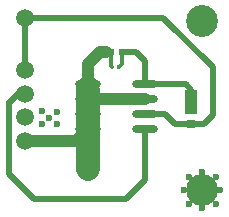
<source format=gtl>
%FSTAX23Y23*%
%MOIN*%
%SFA1B1*%

%IPPOS*%
%ADD10O,0.086600X0.023600*%
%ADD11C,0.059100*%
%ADD12R,0.043300X0.078700*%
%ADD13R,0.031500X0.031500*%
%ADD14R,0.023600X0.019700*%
%ADD15R,0.009800X0.013800*%
%ADD16C,0.039400*%
%ADD17C,0.059100*%
%ADD18C,0.019700*%
%ADD19C,0.021700*%
%ADD20C,0.078700*%
%ADD21C,0.010000*%
%ADD22C,0.011800*%
%ADD23C,0.106300*%
%ADD24C,0.023600*%
%LNvapeix_eeprom_test-1*%
%LPD*%
G54D10*
X02514Y0329D03*
Y0334D03*
Y0339D03*
Y0344D03*
X02325Y0329D03*
Y0334D03*
Y0339D03*
Y0344D03*
G54D11*
X02325Y03155D03*
X02115Y0366D03*
Y03486D03*
Y03407D03*
Y0325D03*
Y03328D03*
G54D12*
X02669Y03379D03*
G54D13*
X02669Y03305D03*
G54D14*
X024Y03545D03*
X02439D03*
G54D15*
X02405Y03495D03*
X02424D03*
G54D16*
X02285Y0325D02*
X02325Y0329D01*
Y0339D02*
X02514D01*
X02365Y03545D02*
X02384D01*
X02325Y03505D02*
X02365Y03545D01*
X02325Y0344D02*
Y03505D01*
X02115Y0325D02*
X02285D01*
G54D17*
X02325Y0334D02*
Y0344D01*
G54D18*
X02614Y03305D02*
X02669D01*
X0258Y0334D02*
X02614Y03305D01*
X02514Y0334D02*
X0258D01*
X0271Y03305D02*
X0274Y03335D01*
X02669Y03305D02*
X0271D01*
X02514Y03119D02*
Y0329D01*
X0245Y03055D02*
X02514Y03119D01*
X02145Y03055D02*
X0245D01*
X0206Y0314D02*
X02145Y03055D01*
X0206Y0314D02*
Y0338D01*
X02087Y03407D02*
X02115D01*
X02514Y0344D02*
X0265D01*
X02669Y0342*
X02514Y0344D02*
Y03516D01*
X02485Y03545D02*
X02514Y03516D01*
X02446Y03545D02*
X02485D01*
X02115Y03486D02*
Y0366D01*
X02575*
X0274Y03495*
Y03335D02*
Y03495D01*
G54D19*
X0206Y0338D02*
X02087Y03407D01*
G54D20*
X02325Y03155D02*
Y0342D01*
G54D21*
X02325Y03265D02*
Y0342D01*
X02669Y03379D02*
Y0342D01*
G54D22*
X024Y03499D02*
Y03545D01*
Y03499D02*
X02405Y03495D01*
X02439Y03507D02*
Y03545D01*
X02427Y03495D02*
X02439Y03507D01*
G54D23*
X02705Y0365D03*
Y03085D03*
G54D24*
X02645Y03085D03*
X02705Y03025D03*
X02765Y03085D03*
X0266Y0304D03*
X0275D03*
X0266Y0313D03*
X0275D03*
X02195Y03325D03*
X0217Y0335D03*
Y03305D03*
X0222Y03345D03*
Y03305D03*
X02705Y03145D03*
M02*
</source>
